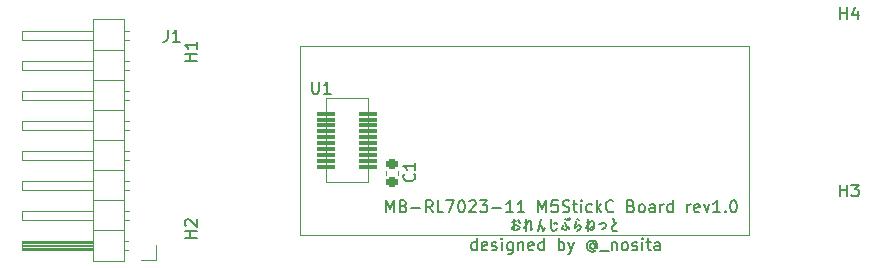
<source format=gbr>
%TF.GenerationSoftware,KiCad,Pcbnew,(6.0.11-0)*%
%TF.CreationDate,2023-03-19T15:11:57+09:00*%
%TF.ProjectId,MB-RL7021-11-M5StickC,4d422d52-4c37-4303-9231-2d31312d4d35,rev?*%
%TF.SameCoordinates,Original*%
%TF.FileFunction,Legend,Top*%
%TF.FilePolarity,Positive*%
%FSLAX46Y46*%
G04 Gerber Fmt 4.6, Leading zero omitted, Abs format (unit mm)*
G04 Created by KiCad (PCBNEW (6.0.11-0)) date 2023-03-19 15:11:57*
%MOMM*%
%LPD*%
G01*
G04 APERTURE LIST*
G04 Aperture macros list*
%AMRoundRect*
0 Rectangle with rounded corners*
0 $1 Rounding radius*
0 $2 $3 $4 $5 $6 $7 $8 $9 X,Y pos of 4 corners*
0 Add a 4 corners polygon primitive as box body*
4,1,4,$2,$3,$4,$5,$6,$7,$8,$9,$2,$3,0*
0 Add four circle primitives for the rounded corners*
1,1,$1+$1,$2,$3*
1,1,$1+$1,$4,$5*
1,1,$1+$1,$6,$7*
1,1,$1+$1,$8,$9*
0 Add four rect primitives between the rounded corners*
20,1,$1+$1,$2,$3,$4,$5,0*
20,1,$1+$1,$4,$5,$6,$7,0*
20,1,$1+$1,$6,$7,$8,$9,0*
20,1,$1+$1,$8,$9,$2,$3,0*%
G04 Aperture macros list end*
%ADD10C,0.150000*%
%ADD11C,0.120000*%
%ADD12C,2.200000*%
%ADD13RoundRect,0.075000X0.725000X0.075000X-0.725000X0.075000X-0.725000X-0.075000X0.725000X-0.075000X0*%
%ADD14RoundRect,0.225000X0.250000X-0.225000X0.250000X0.225000X-0.250000X0.225000X-0.250000X-0.225000X0*%
%ADD15R,1.700000X1.700000*%
%ADD16O,1.700000X1.700000*%
G04 APERTURE END LIST*
D10*
X141285714Y-123092380D02*
X141285714Y-122092380D01*
X141619047Y-122806666D01*
X141952380Y-122092380D01*
X141952380Y-123092380D01*
X142761904Y-122568571D02*
X142904761Y-122616190D01*
X142952380Y-122663809D01*
X143000000Y-122759047D01*
X143000000Y-122901904D01*
X142952380Y-122997142D01*
X142904761Y-123044761D01*
X142809523Y-123092380D01*
X142428571Y-123092380D01*
X142428571Y-122092380D01*
X142761904Y-122092380D01*
X142857142Y-122140000D01*
X142904761Y-122187619D01*
X142952380Y-122282857D01*
X142952380Y-122378095D01*
X142904761Y-122473333D01*
X142857142Y-122520952D01*
X142761904Y-122568571D01*
X142428571Y-122568571D01*
X143428571Y-122711428D02*
X144190476Y-122711428D01*
X145238095Y-123092380D02*
X144904761Y-122616190D01*
X144666666Y-123092380D02*
X144666666Y-122092380D01*
X145047619Y-122092380D01*
X145142857Y-122140000D01*
X145190476Y-122187619D01*
X145238095Y-122282857D01*
X145238095Y-122425714D01*
X145190476Y-122520952D01*
X145142857Y-122568571D01*
X145047619Y-122616190D01*
X144666666Y-122616190D01*
X146142857Y-123092380D02*
X145666666Y-123092380D01*
X145666666Y-122092380D01*
X146380952Y-122092380D02*
X147047619Y-122092380D01*
X146619047Y-123092380D01*
X147619047Y-122092380D02*
X147714285Y-122092380D01*
X147809523Y-122140000D01*
X147857142Y-122187619D01*
X147904761Y-122282857D01*
X147952380Y-122473333D01*
X147952380Y-122711428D01*
X147904761Y-122901904D01*
X147857142Y-122997142D01*
X147809523Y-123044761D01*
X147714285Y-123092380D01*
X147619047Y-123092380D01*
X147523809Y-123044761D01*
X147476190Y-122997142D01*
X147428571Y-122901904D01*
X147380952Y-122711428D01*
X147380952Y-122473333D01*
X147428571Y-122282857D01*
X147476190Y-122187619D01*
X147523809Y-122140000D01*
X147619047Y-122092380D01*
X148333333Y-122187619D02*
X148380952Y-122140000D01*
X148476190Y-122092380D01*
X148714285Y-122092380D01*
X148809523Y-122140000D01*
X148857142Y-122187619D01*
X148904761Y-122282857D01*
X148904761Y-122378095D01*
X148857142Y-122520952D01*
X148285714Y-123092380D01*
X148904761Y-123092380D01*
X149238095Y-122092380D02*
X149857142Y-122092380D01*
X149523809Y-122473333D01*
X149666666Y-122473333D01*
X149761904Y-122520952D01*
X149809523Y-122568571D01*
X149857142Y-122663809D01*
X149857142Y-122901904D01*
X149809523Y-122997142D01*
X149761904Y-123044761D01*
X149666666Y-123092380D01*
X149380952Y-123092380D01*
X149285714Y-123044761D01*
X149238095Y-122997142D01*
X150285714Y-122711428D02*
X151047619Y-122711428D01*
X152047619Y-123092380D02*
X151476190Y-123092380D01*
X151761904Y-123092380D02*
X151761904Y-122092380D01*
X151666666Y-122235238D01*
X151571428Y-122330476D01*
X151476190Y-122378095D01*
X153000000Y-123092380D02*
X152428571Y-123092380D01*
X152714285Y-123092380D02*
X152714285Y-122092380D01*
X152619047Y-122235238D01*
X152523809Y-122330476D01*
X152428571Y-122378095D01*
X154190476Y-123092380D02*
X154190476Y-122092380D01*
X154523809Y-122806666D01*
X154857142Y-122092380D01*
X154857142Y-123092380D01*
X155809523Y-122092380D02*
X155333333Y-122092380D01*
X155285714Y-122568571D01*
X155333333Y-122520952D01*
X155428571Y-122473333D01*
X155666666Y-122473333D01*
X155761904Y-122520952D01*
X155809523Y-122568571D01*
X155857142Y-122663809D01*
X155857142Y-122901904D01*
X155809523Y-122997142D01*
X155761904Y-123044761D01*
X155666666Y-123092380D01*
X155428571Y-123092380D01*
X155333333Y-123044761D01*
X155285714Y-122997142D01*
X156238095Y-123044761D02*
X156380952Y-123092380D01*
X156619047Y-123092380D01*
X156714285Y-123044761D01*
X156761904Y-122997142D01*
X156809523Y-122901904D01*
X156809523Y-122806666D01*
X156761904Y-122711428D01*
X156714285Y-122663809D01*
X156619047Y-122616190D01*
X156428571Y-122568571D01*
X156333333Y-122520952D01*
X156285714Y-122473333D01*
X156238095Y-122378095D01*
X156238095Y-122282857D01*
X156285714Y-122187619D01*
X156333333Y-122140000D01*
X156428571Y-122092380D01*
X156666666Y-122092380D01*
X156809523Y-122140000D01*
X157095238Y-122425714D02*
X157476190Y-122425714D01*
X157238095Y-122092380D02*
X157238095Y-122949523D01*
X157285714Y-123044761D01*
X157380952Y-123092380D01*
X157476190Y-123092380D01*
X157809523Y-123092380D02*
X157809523Y-122425714D01*
X157809523Y-122092380D02*
X157761904Y-122140000D01*
X157809523Y-122187619D01*
X157857142Y-122140000D01*
X157809523Y-122092380D01*
X157809523Y-122187619D01*
X158714285Y-123044761D02*
X158619047Y-123092380D01*
X158428571Y-123092380D01*
X158333333Y-123044761D01*
X158285714Y-122997142D01*
X158238095Y-122901904D01*
X158238095Y-122616190D01*
X158285714Y-122520952D01*
X158333333Y-122473333D01*
X158428571Y-122425714D01*
X158619047Y-122425714D01*
X158714285Y-122473333D01*
X159142857Y-123092380D02*
X159142857Y-122092380D01*
X159238095Y-122711428D02*
X159523809Y-123092380D01*
X159523809Y-122425714D02*
X159142857Y-122806666D01*
X160523809Y-122997142D02*
X160476190Y-123044761D01*
X160333333Y-123092380D01*
X160238095Y-123092380D01*
X160095238Y-123044761D01*
X160000000Y-122949523D01*
X159952380Y-122854285D01*
X159904761Y-122663809D01*
X159904761Y-122520952D01*
X159952380Y-122330476D01*
X160000000Y-122235238D01*
X160095238Y-122140000D01*
X160238095Y-122092380D01*
X160333333Y-122092380D01*
X160476190Y-122140000D01*
X160523809Y-122187619D01*
X162047619Y-122568571D02*
X162190476Y-122616190D01*
X162238095Y-122663809D01*
X162285714Y-122759047D01*
X162285714Y-122901904D01*
X162238095Y-122997142D01*
X162190476Y-123044761D01*
X162095238Y-123092380D01*
X161714285Y-123092380D01*
X161714285Y-122092380D01*
X162047619Y-122092380D01*
X162142857Y-122140000D01*
X162190476Y-122187619D01*
X162238095Y-122282857D01*
X162238095Y-122378095D01*
X162190476Y-122473333D01*
X162142857Y-122520952D01*
X162047619Y-122568571D01*
X161714285Y-122568571D01*
X162857142Y-123092380D02*
X162761904Y-123044761D01*
X162714285Y-122997142D01*
X162666666Y-122901904D01*
X162666666Y-122616190D01*
X162714285Y-122520952D01*
X162761904Y-122473333D01*
X162857142Y-122425714D01*
X163000000Y-122425714D01*
X163095238Y-122473333D01*
X163142857Y-122520952D01*
X163190476Y-122616190D01*
X163190476Y-122901904D01*
X163142857Y-122997142D01*
X163095238Y-123044761D01*
X163000000Y-123092380D01*
X162857142Y-123092380D01*
X164047619Y-123092380D02*
X164047619Y-122568571D01*
X164000000Y-122473333D01*
X163904761Y-122425714D01*
X163714285Y-122425714D01*
X163619047Y-122473333D01*
X164047619Y-123044761D02*
X163952380Y-123092380D01*
X163714285Y-123092380D01*
X163619047Y-123044761D01*
X163571428Y-122949523D01*
X163571428Y-122854285D01*
X163619047Y-122759047D01*
X163714285Y-122711428D01*
X163952380Y-122711428D01*
X164047619Y-122663809D01*
X164523809Y-123092380D02*
X164523809Y-122425714D01*
X164523809Y-122616190D02*
X164571428Y-122520952D01*
X164619047Y-122473333D01*
X164714285Y-122425714D01*
X164809523Y-122425714D01*
X165571428Y-123092380D02*
X165571428Y-122092380D01*
X165571428Y-123044761D02*
X165476190Y-123092380D01*
X165285714Y-123092380D01*
X165190476Y-123044761D01*
X165142857Y-122997142D01*
X165095238Y-122901904D01*
X165095238Y-122616190D01*
X165142857Y-122520952D01*
X165190476Y-122473333D01*
X165285714Y-122425714D01*
X165476190Y-122425714D01*
X165571428Y-122473333D01*
X166809523Y-123092380D02*
X166809523Y-122425714D01*
X166809523Y-122616190D02*
X166857142Y-122520952D01*
X166904761Y-122473333D01*
X167000000Y-122425714D01*
X167095238Y-122425714D01*
X167809523Y-123044761D02*
X167714285Y-123092380D01*
X167523809Y-123092380D01*
X167428571Y-123044761D01*
X167380952Y-122949523D01*
X167380952Y-122568571D01*
X167428571Y-122473333D01*
X167523809Y-122425714D01*
X167714285Y-122425714D01*
X167809523Y-122473333D01*
X167857142Y-122568571D01*
X167857142Y-122663809D01*
X167380952Y-122759047D01*
X168190476Y-122425714D02*
X168428571Y-123092380D01*
X168666666Y-122425714D01*
X169571428Y-123092380D02*
X169000000Y-123092380D01*
X169285714Y-123092380D02*
X169285714Y-122092380D01*
X169190476Y-122235238D01*
X169095238Y-122330476D01*
X169000000Y-122378095D01*
X170000000Y-122997142D02*
X170047619Y-123044761D01*
X170000000Y-123092380D01*
X169952380Y-123044761D01*
X170000000Y-122997142D01*
X170000000Y-123092380D01*
X170666666Y-122092380D02*
X170761904Y-122092380D01*
X170857142Y-122140000D01*
X170904761Y-122187619D01*
X170952380Y-122282857D01*
X171000000Y-122473333D01*
X171000000Y-122711428D01*
X170952380Y-122901904D01*
X170904761Y-122997142D01*
X170857142Y-123044761D01*
X170761904Y-123092380D01*
X170666666Y-123092380D01*
X170571428Y-123044761D01*
X170523809Y-122997142D01*
X170476190Y-122901904D01*
X170428571Y-122711428D01*
X170428571Y-122473333D01*
X170476190Y-122282857D01*
X170523809Y-122187619D01*
X170571428Y-122140000D01*
X170666666Y-122092380D01*
X151976190Y-123892857D02*
X152309523Y-123845238D01*
X152119047Y-123654761D02*
X152119047Y-124607142D01*
X151976190Y-124511904D01*
X151976190Y-124321428D01*
X152261904Y-124178571D01*
X152452380Y-124226190D01*
X152595238Y-124321428D01*
X152547619Y-124559523D01*
X152309523Y-124607142D01*
X152452380Y-123797619D02*
X152595238Y-123988095D01*
X153166666Y-123654761D02*
X153166666Y-124654761D01*
X153023809Y-123892857D02*
X153214285Y-123845238D01*
X153166666Y-123892857D01*
X152976190Y-124464285D02*
X153404761Y-123845238D01*
X153547619Y-123845238D01*
X153595238Y-123988095D01*
X153547619Y-124321428D01*
X153547619Y-124607142D01*
X153690476Y-124416666D01*
X154404761Y-123654761D02*
X154119047Y-124702380D01*
X154357142Y-124226190D01*
X154452380Y-124226190D01*
X154547619Y-124702380D01*
X154595238Y-124702380D01*
X154738095Y-124464285D01*
X155261904Y-123654761D02*
X155261904Y-124464285D01*
X155309523Y-124607142D01*
X155404761Y-124702380D01*
X155547619Y-124702380D01*
X155690476Y-124607142D01*
X155738095Y-124416666D01*
X155500000Y-123988095D02*
X155595238Y-124130952D01*
X155642857Y-123940476D02*
X155738095Y-124083333D01*
X156404761Y-123654761D02*
X156595238Y-123797619D01*
X156452380Y-123940476D02*
X156500000Y-124226190D01*
X156595238Y-124416666D01*
X156547619Y-124607142D01*
X156404761Y-124607142D01*
X156309523Y-124511904D01*
X156261904Y-124178571D02*
X156166666Y-124559523D01*
X156690476Y-124226190D02*
X156785714Y-124511904D01*
X156738095Y-123607142D02*
X156785714Y-123607142D01*
X156833333Y-123654761D01*
X156833333Y-123702380D01*
X156785714Y-123750000D01*
X156738095Y-123750000D01*
X156690476Y-123702380D01*
X156690476Y-123654761D01*
X156738095Y-123607142D01*
X157452380Y-123654761D02*
X157642857Y-123797619D01*
X157404761Y-123845238D02*
X157309523Y-124416666D01*
X157452380Y-124226190D01*
X157642857Y-124178571D01*
X157785714Y-124321428D01*
X157738095Y-124559523D01*
X157452380Y-124702380D01*
X158404761Y-123654761D02*
X158404761Y-124654761D01*
X158261904Y-123892857D02*
X158404761Y-123892857D01*
X158404761Y-123940476D01*
X158214285Y-124464285D02*
X158547619Y-123940476D01*
X158738095Y-123845238D01*
X158880952Y-123892857D01*
X158928571Y-124083333D01*
X158880952Y-124416666D01*
X158738095Y-124607142D01*
X158642857Y-124607142D01*
X158547619Y-124559523D01*
X158547619Y-124416666D01*
X158690476Y-124369047D01*
X158928571Y-124559523D01*
X159309523Y-124130952D02*
X159738095Y-124035714D01*
X159880952Y-124083333D01*
X159928571Y-124273809D01*
X159833333Y-124416666D01*
X159547619Y-124559523D01*
X160880952Y-123940476D02*
X160500000Y-124226190D01*
X160404761Y-124321428D01*
X160404761Y-124511904D01*
X160500000Y-124654761D01*
X160880952Y-124654761D01*
X160500000Y-123607142D02*
X160547619Y-123845238D01*
X160642857Y-124083333D01*
X148952380Y-126312380D02*
X148952380Y-125312380D01*
X148952380Y-126264761D02*
X148857142Y-126312380D01*
X148666666Y-126312380D01*
X148571428Y-126264761D01*
X148523809Y-126217142D01*
X148476190Y-126121904D01*
X148476190Y-125836190D01*
X148523809Y-125740952D01*
X148571428Y-125693333D01*
X148666666Y-125645714D01*
X148857142Y-125645714D01*
X148952380Y-125693333D01*
X149809523Y-126264761D02*
X149714285Y-126312380D01*
X149523809Y-126312380D01*
X149428571Y-126264761D01*
X149380952Y-126169523D01*
X149380952Y-125788571D01*
X149428571Y-125693333D01*
X149523809Y-125645714D01*
X149714285Y-125645714D01*
X149809523Y-125693333D01*
X149857142Y-125788571D01*
X149857142Y-125883809D01*
X149380952Y-125979047D01*
X150238095Y-126264761D02*
X150333333Y-126312380D01*
X150523809Y-126312380D01*
X150619047Y-126264761D01*
X150666666Y-126169523D01*
X150666666Y-126121904D01*
X150619047Y-126026666D01*
X150523809Y-125979047D01*
X150380952Y-125979047D01*
X150285714Y-125931428D01*
X150238095Y-125836190D01*
X150238095Y-125788571D01*
X150285714Y-125693333D01*
X150380952Y-125645714D01*
X150523809Y-125645714D01*
X150619047Y-125693333D01*
X151095238Y-126312380D02*
X151095238Y-125645714D01*
X151095238Y-125312380D02*
X151047619Y-125360000D01*
X151095238Y-125407619D01*
X151142857Y-125360000D01*
X151095238Y-125312380D01*
X151095238Y-125407619D01*
X152000000Y-125645714D02*
X152000000Y-126455238D01*
X151952380Y-126550476D01*
X151904761Y-126598095D01*
X151809523Y-126645714D01*
X151666666Y-126645714D01*
X151571428Y-126598095D01*
X152000000Y-126264761D02*
X151904761Y-126312380D01*
X151714285Y-126312380D01*
X151619047Y-126264761D01*
X151571428Y-126217142D01*
X151523809Y-126121904D01*
X151523809Y-125836190D01*
X151571428Y-125740952D01*
X151619047Y-125693333D01*
X151714285Y-125645714D01*
X151904761Y-125645714D01*
X152000000Y-125693333D01*
X152476190Y-125645714D02*
X152476190Y-126312380D01*
X152476190Y-125740952D02*
X152523809Y-125693333D01*
X152619047Y-125645714D01*
X152761904Y-125645714D01*
X152857142Y-125693333D01*
X152904761Y-125788571D01*
X152904761Y-126312380D01*
X153761904Y-126264761D02*
X153666666Y-126312380D01*
X153476190Y-126312380D01*
X153380952Y-126264761D01*
X153333333Y-126169523D01*
X153333333Y-125788571D01*
X153380952Y-125693333D01*
X153476190Y-125645714D01*
X153666666Y-125645714D01*
X153761904Y-125693333D01*
X153809523Y-125788571D01*
X153809523Y-125883809D01*
X153333333Y-125979047D01*
X154666666Y-126312380D02*
X154666666Y-125312380D01*
X154666666Y-126264761D02*
X154571428Y-126312380D01*
X154380952Y-126312380D01*
X154285714Y-126264761D01*
X154238095Y-126217142D01*
X154190476Y-126121904D01*
X154190476Y-125836190D01*
X154238095Y-125740952D01*
X154285714Y-125693333D01*
X154380952Y-125645714D01*
X154571428Y-125645714D01*
X154666666Y-125693333D01*
X155904761Y-126312380D02*
X155904761Y-125312380D01*
X155904761Y-125693333D02*
X156000000Y-125645714D01*
X156190476Y-125645714D01*
X156285714Y-125693333D01*
X156333333Y-125740952D01*
X156380952Y-125836190D01*
X156380952Y-126121904D01*
X156333333Y-126217142D01*
X156285714Y-126264761D01*
X156190476Y-126312380D01*
X156000000Y-126312380D01*
X155904761Y-126264761D01*
X156714285Y-125645714D02*
X156952380Y-126312380D01*
X157190476Y-125645714D02*
X156952380Y-126312380D01*
X156857142Y-126550476D01*
X156809523Y-126598095D01*
X156714285Y-126645714D01*
X158952380Y-125836190D02*
X158904761Y-125788571D01*
X158809523Y-125740952D01*
X158714285Y-125740952D01*
X158619047Y-125788571D01*
X158571428Y-125836190D01*
X158523809Y-125931428D01*
X158523809Y-126026666D01*
X158571428Y-126121904D01*
X158619047Y-126169523D01*
X158714285Y-126217142D01*
X158809523Y-126217142D01*
X158904761Y-126169523D01*
X158952380Y-126121904D01*
X158952380Y-125740952D02*
X158952380Y-126121904D01*
X159000000Y-126169523D01*
X159047619Y-126169523D01*
X159142857Y-126121904D01*
X159190476Y-126026666D01*
X159190476Y-125788571D01*
X159095238Y-125645714D01*
X158952380Y-125550476D01*
X158761904Y-125502857D01*
X158571428Y-125550476D01*
X158428571Y-125645714D01*
X158333333Y-125788571D01*
X158285714Y-125979047D01*
X158333333Y-126169523D01*
X158428571Y-126312380D01*
X158571428Y-126407619D01*
X158761904Y-126455238D01*
X158952380Y-126407619D01*
X159095238Y-126312380D01*
X159380952Y-126407619D02*
X160142857Y-126407619D01*
X160380952Y-125645714D02*
X160380952Y-126312380D01*
X160380952Y-125740952D02*
X160428571Y-125693333D01*
X160523809Y-125645714D01*
X160666666Y-125645714D01*
X160761904Y-125693333D01*
X160809523Y-125788571D01*
X160809523Y-126312380D01*
X161428571Y-126312380D02*
X161333333Y-126264761D01*
X161285714Y-126217142D01*
X161238095Y-126121904D01*
X161238095Y-125836190D01*
X161285714Y-125740952D01*
X161333333Y-125693333D01*
X161428571Y-125645714D01*
X161571428Y-125645714D01*
X161666666Y-125693333D01*
X161714285Y-125740952D01*
X161761904Y-125836190D01*
X161761904Y-126121904D01*
X161714285Y-126217142D01*
X161666666Y-126264761D01*
X161571428Y-126312380D01*
X161428571Y-126312380D01*
X162142857Y-126264761D02*
X162238095Y-126312380D01*
X162428571Y-126312380D01*
X162523809Y-126264761D01*
X162571428Y-126169523D01*
X162571428Y-126121904D01*
X162523809Y-126026666D01*
X162428571Y-125979047D01*
X162285714Y-125979047D01*
X162190476Y-125931428D01*
X162142857Y-125836190D01*
X162142857Y-125788571D01*
X162190476Y-125693333D01*
X162285714Y-125645714D01*
X162428571Y-125645714D01*
X162523809Y-125693333D01*
X163000000Y-126312380D02*
X163000000Y-125645714D01*
X163000000Y-125312380D02*
X162952380Y-125360000D01*
X163000000Y-125407619D01*
X163047619Y-125360000D01*
X163000000Y-125312380D01*
X163000000Y-125407619D01*
X163333333Y-125645714D02*
X163714285Y-125645714D01*
X163476190Y-125312380D02*
X163476190Y-126169523D01*
X163523809Y-126264761D01*
X163619047Y-126312380D01*
X163714285Y-126312380D01*
X164476190Y-126312380D02*
X164476190Y-125788571D01*
X164428571Y-125693333D01*
X164333333Y-125645714D01*
X164142857Y-125645714D01*
X164047619Y-125693333D01*
X164476190Y-126264761D02*
X164380952Y-126312380D01*
X164142857Y-126312380D01*
X164047619Y-126264761D01*
X164000000Y-126169523D01*
X164000000Y-126074285D01*
X164047619Y-125979047D01*
X164142857Y-125931428D01*
X164380952Y-125931428D01*
X164476190Y-125883809D01*
%TO.C,H4*%
X179738095Y-106752380D02*
X179738095Y-105752380D01*
X179738095Y-106228571D02*
X180309523Y-106228571D01*
X180309523Y-106752380D02*
X180309523Y-105752380D01*
X181214285Y-106085714D02*
X181214285Y-106752380D01*
X180976190Y-105704761D02*
X180738095Y-106419047D01*
X181357142Y-106419047D01*
%TO.C,H3*%
X179738095Y-121752380D02*
X179738095Y-120752380D01*
X179738095Y-121228571D02*
X180309523Y-121228571D01*
X180309523Y-121752380D02*
X180309523Y-120752380D01*
X180690476Y-120752380D02*
X181309523Y-120752380D01*
X180976190Y-121133333D01*
X181119047Y-121133333D01*
X181214285Y-121180952D01*
X181261904Y-121228571D01*
X181309523Y-121323809D01*
X181309523Y-121561904D01*
X181261904Y-121657142D01*
X181214285Y-121704761D01*
X181119047Y-121752380D01*
X180833333Y-121752380D01*
X180738095Y-121704761D01*
X180690476Y-121657142D01*
%TO.C,H2*%
X125252380Y-125261904D02*
X124252380Y-125261904D01*
X124728571Y-125261904D02*
X124728571Y-124690476D01*
X125252380Y-124690476D02*
X124252380Y-124690476D01*
X124347619Y-124261904D02*
X124300000Y-124214285D01*
X124252380Y-124119047D01*
X124252380Y-123880952D01*
X124300000Y-123785714D01*
X124347619Y-123738095D01*
X124442857Y-123690476D01*
X124538095Y-123690476D01*
X124680952Y-123738095D01*
X125252380Y-124309523D01*
X125252380Y-123690476D01*
%TO.C,H1*%
X125252380Y-110261904D02*
X124252380Y-110261904D01*
X124728571Y-110261904D02*
X124728571Y-109690476D01*
X125252380Y-109690476D02*
X124252380Y-109690476D01*
X125252380Y-108690476D02*
X125252380Y-109261904D01*
X125252380Y-108976190D02*
X124252380Y-108976190D01*
X124395238Y-109071428D01*
X124490476Y-109166666D01*
X124538095Y-109261904D01*
%TO.C,U1*%
X135038095Y-112052380D02*
X135038095Y-112861904D01*
X135085714Y-112957142D01*
X135133333Y-113004761D01*
X135228571Y-113052380D01*
X135419047Y-113052380D01*
X135514285Y-113004761D01*
X135561904Y-112957142D01*
X135609523Y-112861904D01*
X135609523Y-112052380D01*
X136609523Y-113052380D02*
X136038095Y-113052380D01*
X136323809Y-113052380D02*
X136323809Y-112052380D01*
X136228571Y-112195238D01*
X136133333Y-112290476D01*
X136038095Y-112338095D01*
%TO.C,C1*%
X143657142Y-119866666D02*
X143704761Y-119914285D01*
X143752380Y-120057142D01*
X143752380Y-120152380D01*
X143704761Y-120295238D01*
X143609523Y-120390476D01*
X143514285Y-120438095D01*
X143323809Y-120485714D01*
X143180952Y-120485714D01*
X142990476Y-120438095D01*
X142895238Y-120390476D01*
X142800000Y-120295238D01*
X142752380Y-120152380D01*
X142752380Y-120057142D01*
X142800000Y-119914285D01*
X142847619Y-119866666D01*
X143752380Y-118914285D02*
X143752380Y-119485714D01*
X143752380Y-119200000D02*
X142752380Y-119200000D01*
X142895238Y-119295238D01*
X142990476Y-119390476D01*
X143038095Y-119485714D01*
%TO.C,J1*%
X122806666Y-107652380D02*
X122806666Y-108366666D01*
X122759047Y-108509523D01*
X122663809Y-108604761D01*
X122520952Y-108652380D01*
X122425714Y-108652380D01*
X123806666Y-108652380D02*
X123235238Y-108652380D01*
X123520952Y-108652380D02*
X123520952Y-107652380D01*
X123425714Y-107795238D01*
X123330476Y-107890476D01*
X123235238Y-107938095D01*
D11*
%TO.C,U1*%
X139800000Y-120550000D02*
X139800000Y-113450000D01*
X134000000Y-109000000D02*
X134000000Y-125000000D01*
X172000000Y-125000000D02*
X172000000Y-109000000D01*
X172000000Y-109000000D02*
X134000000Y-109000000D01*
X136200000Y-113450000D02*
X136200000Y-120550000D01*
X139800000Y-113450000D02*
X136200000Y-113450000D01*
X134000000Y-125000000D02*
X172000000Y-125000000D01*
X136200000Y-120550000D02*
X139800000Y-120550000D01*
%TO.C,C1*%
X141290000Y-119915580D02*
X141290000Y-119634420D01*
X142310000Y-119915580D02*
X142310000Y-119634420D01*
%TO.C,J1*%
X116440000Y-123730000D02*
X110440000Y-123730000D01*
X116440000Y-116110000D02*
X110440000Y-116110000D01*
X119497071Y-111030000D02*
X119100000Y-111030000D01*
X119430000Y-125510000D02*
X119100000Y-125510000D01*
X110440000Y-107730000D02*
X116440000Y-107730000D01*
X116440000Y-127220000D02*
X119100000Y-127220000D01*
X110440000Y-117890000D02*
X116440000Y-117890000D01*
X110440000Y-120430000D02*
X116440000Y-120430000D01*
X119497071Y-115350000D02*
X119100000Y-115350000D01*
X116440000Y-125730000D02*
X110440000Y-125730000D01*
X116440000Y-106780000D02*
X116440000Y-127220000D01*
X119100000Y-124620000D02*
X116440000Y-124620000D01*
X110440000Y-111030000D02*
X110440000Y-110270000D01*
X110440000Y-108490000D02*
X110440000Y-107730000D01*
X116440000Y-108490000D02*
X110440000Y-108490000D01*
X110440000Y-122970000D02*
X116440000Y-122970000D01*
X119100000Y-106780000D02*
X116440000Y-106780000D01*
X110440000Y-116110000D02*
X110440000Y-115350000D01*
X119497071Y-122970000D02*
X119100000Y-122970000D01*
X116440000Y-126270000D02*
X110440000Y-126270000D01*
X119100000Y-119540000D02*
X116440000Y-119540000D01*
X119497071Y-110270000D02*
X119100000Y-110270000D01*
X119497071Y-113570000D02*
X119100000Y-113570000D01*
X116440000Y-126090000D02*
X110440000Y-126090000D01*
X121810000Y-127160000D02*
X120540000Y-127160000D01*
X119497071Y-120430000D02*
X119100000Y-120430000D01*
X116440000Y-113570000D02*
X110440000Y-113570000D01*
X110440000Y-118650000D02*
X110440000Y-117890000D01*
X116440000Y-125610000D02*
X110440000Y-125610000D01*
X110440000Y-112810000D02*
X116440000Y-112810000D01*
X116440000Y-125850000D02*
X110440000Y-125850000D01*
X110440000Y-126270000D02*
X110440000Y-125510000D01*
X119497071Y-123730000D02*
X119100000Y-123730000D01*
X116440000Y-125970000D02*
X110440000Y-125970000D01*
X110440000Y-125510000D02*
X116440000Y-125510000D01*
X116440000Y-121190000D02*
X110440000Y-121190000D01*
X119497071Y-112810000D02*
X119100000Y-112810000D01*
X119497071Y-108490000D02*
X119100000Y-108490000D01*
X119100000Y-111920000D02*
X116440000Y-111920000D01*
X119100000Y-114460000D02*
X116440000Y-114460000D01*
X110440000Y-123730000D02*
X110440000Y-122970000D01*
X110440000Y-121190000D02*
X110440000Y-120430000D01*
X119497071Y-116110000D02*
X119100000Y-116110000D01*
X119430000Y-126270000D02*
X119100000Y-126270000D01*
X119497071Y-118650000D02*
X119100000Y-118650000D01*
X116440000Y-111030000D02*
X110440000Y-111030000D01*
X110440000Y-115350000D02*
X116440000Y-115350000D01*
X119497071Y-117890000D02*
X119100000Y-117890000D01*
X119100000Y-127220000D02*
X119100000Y-106780000D01*
X119497071Y-107730000D02*
X119100000Y-107730000D01*
X119497071Y-121190000D02*
X119100000Y-121190000D01*
X121810000Y-125890000D02*
X121810000Y-127160000D01*
X119100000Y-109380000D02*
X116440000Y-109380000D01*
X110440000Y-110270000D02*
X116440000Y-110270000D01*
X110440000Y-113570000D02*
X110440000Y-112810000D01*
X119100000Y-117000000D02*
X116440000Y-117000000D01*
X116440000Y-126210000D02*
X110440000Y-126210000D01*
X116440000Y-118650000D02*
X110440000Y-118650000D01*
X119100000Y-122080000D02*
X116440000Y-122080000D01*
%TD*%
%LPC*%
D12*
%TO.C,H4*%
X180500000Y-109500000D03*
%TD*%
%TO.C,H3*%
X180500000Y-124500000D03*
%TD*%
%TO.C,H2*%
X128000000Y-124500000D03*
%TD*%
%TO.C,H1*%
X128000000Y-109500000D03*
%TD*%
%TO.C,U1*%
X164500000Y-111500000D03*
D13*
X139800000Y-119250000D03*
X136200000Y-119250000D03*
X139800000Y-118750000D03*
X136200000Y-118750000D03*
X139800000Y-118250000D03*
X136200000Y-118250000D03*
X139800000Y-117750000D03*
X136200000Y-117750000D03*
X139800000Y-117250000D03*
X136200000Y-117250000D03*
X139800000Y-116750000D03*
X136200000Y-116750000D03*
X139800000Y-116250000D03*
X136200000Y-116250000D03*
X139800000Y-115750000D03*
X136200000Y-115750000D03*
X139800000Y-115250000D03*
X136200000Y-115250000D03*
X139800000Y-114750000D03*
X136200000Y-114750000D03*
%TD*%
D14*
%TO.C,C1*%
X141800000Y-120550000D03*
X141800000Y-119000000D03*
%TD*%
D15*
%TO.C,J1*%
X120540000Y-125890000D03*
D16*
X120540000Y-123350000D03*
X120540000Y-120810000D03*
X120540000Y-118270000D03*
X120540000Y-115730000D03*
X120540000Y-113190000D03*
X120540000Y-110650000D03*
X120540000Y-108110000D03*
%TD*%
M02*

</source>
